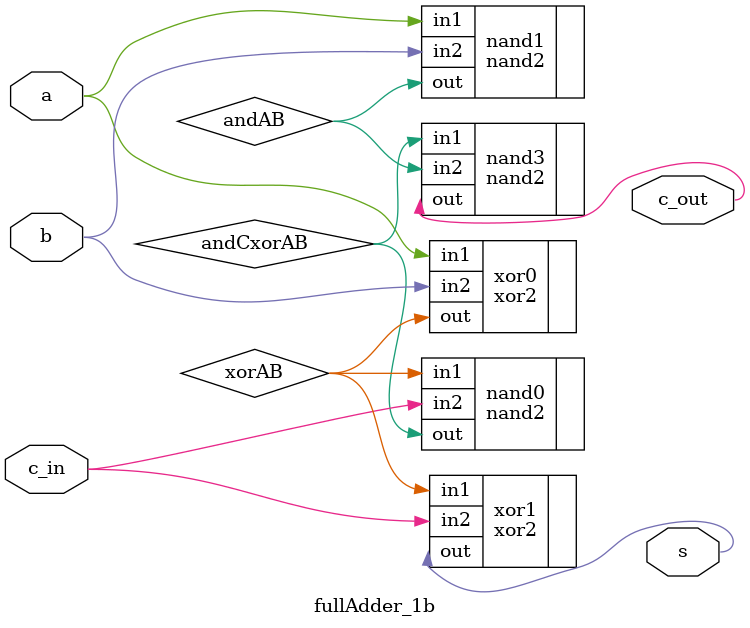
<source format=v>
/*
    CS/ECE 552 FALL '22
    Homework #2, Problem 1
    
    a 1-bit full adder
*/
module fullAdder_1b(s, c_out, a, b, c_in);
    output s;
    output c_out;
	input  a, b;
    input  c_in;

    //////////////////////
    // Internal Signals //
    //////////////////////
    wire xorAB, andAB, andCxorAB;

    ///////////////////////////
    // Gates for computing S //
    ///////////////////////////
    xor2 xor0(.in1(a), .in2(b), .out(xorAB));
    xor2 xor1(.in1(xorAB), .in2(c_in), .out(s));

    //////////////////////////////
    // Gates for computing Cout //
    //////////////////////////////
    nand2 nand0(.in1(xorAB), .in2(c_in), .out(andCxorAB));
    nand2 nand1(.in1(a), .in2(b), .out(andAB));

    ///////////////////////////////////////////////////////////////////////////////////////
    // We can exploit the fact that implementing AND requires a NOT after the NAND       //
    // and OR requires a NOT before each operand to eliminate both gates as back to back //
    // NOT operations result in the original signal.                                     //
    ///////////////////////////////////////////////////////////////////////////////////////
    nand2 nand3(.in1(andCxorAB), .in2(andAB), .out(c_out));

endmodule

</source>
